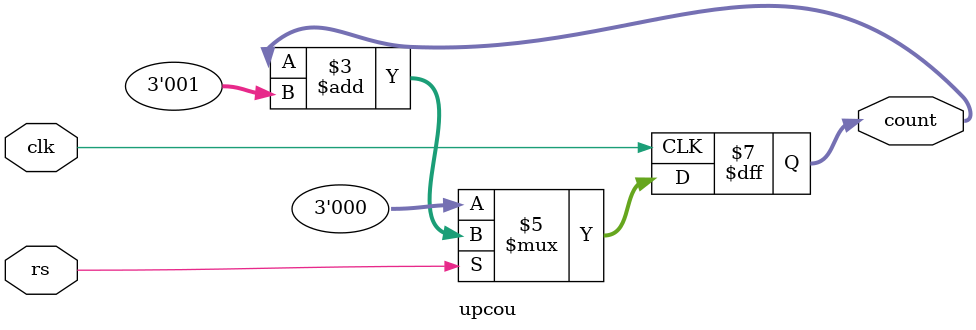
<source format=v>
module upcou(input clk,rs,output reg [2:0] count);
always @(posedge clk)begin
if(rs==0)
count = 3'b000;
else
count = count + 3'b001;
end
endmodule

</source>
